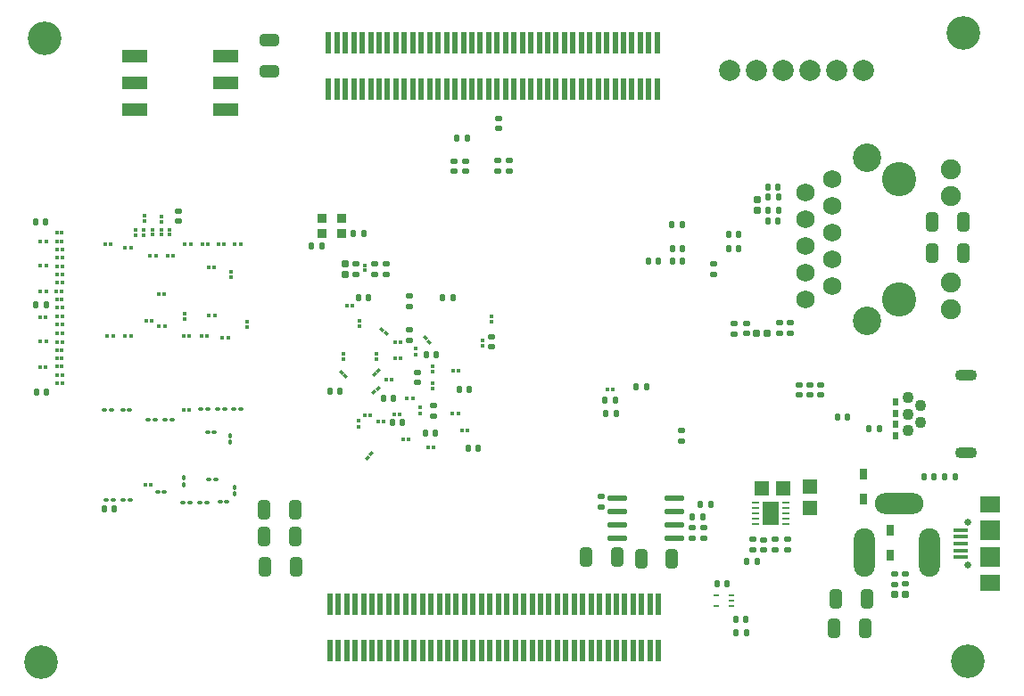
<source format=gbr>
%TF.GenerationSoftware,KiCad,Pcbnew,8.0.6*%
%TF.CreationDate,2025-01-12T20:29:38+06:00*%
%TF.ProjectId,zynq_soc_board_v1,7a796e71-5f73-46f6-935f-626f6172645f,rev?*%
%TF.SameCoordinates,Original*%
%TF.FileFunction,Soldermask,Bot*%
%TF.FilePolarity,Negative*%
%FSLAX46Y46*%
G04 Gerber Fmt 4.6, Leading zero omitted, Abs format (unit mm)*
G04 Created by KiCad (PCBNEW 8.0.6) date 2025-01-12 20:29:38*
%MOMM*%
%LPD*%
G01*
G04 APERTURE LIST*
G04 Aperture macros list*
%AMRoundRect*
0 Rectangle with rounded corners*
0 $1 Rounding radius*
0 $2 $3 $4 $5 $6 $7 $8 $9 X,Y pos of 4 corners*
0 Add a 4 corners polygon primitive as box body*
4,1,4,$2,$3,$4,$5,$6,$7,$8,$9,$2,$3,0*
0 Add four circle primitives for the rounded corners*
1,1,$1+$1,$2,$3*
1,1,$1+$1,$4,$5*
1,1,$1+$1,$6,$7*
1,1,$1+$1,$8,$9*
0 Add four rect primitives between the rounded corners*
20,1,$1+$1,$2,$3,$4,$5,0*
20,1,$1+$1,$4,$5,$6,$7,0*
20,1,$1+$1,$6,$7,$8,$9,0*
20,1,$1+$1,$8,$9,$2,$3,0*%
%AMRotRect*
0 Rectangle, with rotation*
0 The origin of the aperture is its center*
0 $1 length*
0 $2 width*
0 $3 Rotation angle, in degrees counterclockwise*
0 Add horizontal line*
21,1,$1,$2,0,0,$3*%
G04 Aperture macros list end*
%ADD10C,3.200000*%
%ADD11C,2.000000*%
%ADD12C,3.250000*%
%ADD13C,1.750000*%
%ADD14C,1.900000*%
%ADD15C,2.700000*%
%ADD16C,1.100000*%
%ADD17O,2.100000X1.100000*%
%ADD18O,2.000000X4.600000*%
%ADD19O,4.600000X2.000000*%
%ADD20R,0.370000X0.320000*%
%ADD21RoundRect,0.135000X-0.135000X-0.185000X0.135000X-0.185000X0.135000X0.185000X-0.135000X0.185000X0*%
%ADD22R,0.320000X0.370000*%
%ADD23R,0.320000X0.300000*%
%ADD24O,1.950000X0.570000*%
%ADD25R,0.300000X0.320000*%
%ADD26RoundRect,0.140000X0.140000X0.170000X-0.140000X0.170000X-0.140000X-0.170000X0.140000X-0.170000X0*%
%ADD27RoundRect,0.140000X-0.170000X0.140000X-0.170000X-0.140000X0.170000X-0.140000X0.170000X0.140000X0*%
%ADD28RoundRect,0.100000X-0.130000X-0.100000X0.130000X-0.100000X0.130000X0.100000X-0.130000X0.100000X0*%
%ADD29RotRect,0.370000X0.320000X45.000000*%
%ADD30RoundRect,0.100000X-0.100000X0.130000X-0.100000X-0.130000X0.100000X-0.130000X0.100000X0.130000X0*%
%ADD31RoundRect,0.100000X0.130000X0.100000X-0.130000X0.100000X-0.130000X-0.100000X0.130000X-0.100000X0*%
%ADD32RotRect,0.370000X0.320000X135.000000*%
%ADD33RoundRect,0.250000X-0.325000X-0.650000X0.325000X-0.650000X0.325000X0.650000X-0.325000X0.650000X0*%
%ADD34RoundRect,0.140000X0.170000X-0.140000X0.170000X0.140000X-0.170000X0.140000X-0.170000X-0.140000X0*%
%ADD35RoundRect,0.140000X-0.140000X-0.170000X0.140000X-0.170000X0.140000X0.170000X-0.140000X0.170000X0*%
%ADD36RoundRect,0.135000X0.185000X-0.135000X0.185000X0.135000X-0.185000X0.135000X-0.185000X-0.135000X0*%
%ADD37RoundRect,0.075000X0.225000X0.275000X-0.225000X0.275000X-0.225000X-0.275000X0.225000X-0.275000X0*%
%ADD38C,0.650000*%
%ADD39R,1.900000X1.500000*%
%ADD40R,1.900000X1.900000*%
%ADD41R,1.350000X0.400000*%
%ADD42RoundRect,0.250000X0.325000X0.650000X-0.325000X0.650000X-0.325000X-0.650000X0.325000X-0.650000X0*%
%ADD43R,0.540000X0.790000*%
%ADD44R,0.660000X0.280000*%
%ADD45R,1.500000X2.300000*%
%ADD46RoundRect,0.135000X-0.185000X0.135000X-0.185000X-0.135000X0.185000X-0.135000X0.185000X0.135000X0*%
%ADD47R,1.410000X1.350000*%
%ADD48RoundRect,0.147500X-0.147500X-0.172500X0.147500X-0.172500X0.147500X0.172500X-0.147500X0.172500X0*%
%ADD49RotRect,0.370000X0.320000X225.000000*%
%ADD50RoundRect,0.075000X0.275000X-0.225000X0.275000X0.225000X-0.275000X0.225000X-0.275000X-0.225000X0*%
%ADD51R,0.750000X1.000000*%
%ADD52R,1.350000X1.410000*%
%ADD53RoundRect,0.135000X0.135000X0.185000X-0.135000X0.185000X-0.135000X-0.185000X0.135000X-0.185000X0*%
%ADD54R,0.500000X2.000000*%
%ADD55R,0.580000X0.280000*%
%ADD56RoundRect,0.147500X0.147500X0.172500X-0.147500X0.172500X-0.147500X-0.172500X0.147500X-0.172500X0*%
%ADD57RoundRect,0.250000X-0.650000X0.325000X-0.650000X-0.325000X0.650000X-0.325000X0.650000X0.325000X0*%
%ADD58RoundRect,0.040000X-0.410000X-0.360000X0.410000X-0.360000X0.410000X0.360000X-0.410000X0.360000X0*%
%ADD59RoundRect,0.056500X-1.163500X0.508500X-1.163500X-0.508500X1.163500X-0.508500X1.163500X0.508500X0*%
G04 APERTURE END LIST*
D10*
%TO.C,H3*%
X116250000Y-121000000D03*
%TD*%
%TO.C,H1*%
X203800000Y-61200000D03*
%TD*%
%TO.C,H4*%
X204200000Y-120900000D03*
%TD*%
D11*
%TO.C,J300*%
X181600000Y-64740000D03*
X184140000Y-64740000D03*
X186680000Y-64740000D03*
X189220000Y-64740000D03*
X191760000Y-64740000D03*
X194300000Y-64740000D03*
%TD*%
D12*
%TO.C,J800*%
X197650000Y-75065000D03*
X197650000Y-86495000D03*
D13*
X188760000Y-86500000D03*
X191300000Y-85230000D03*
X188760000Y-83960000D03*
X191300000Y-82690000D03*
X188760000Y-81420000D03*
X191300000Y-80150000D03*
X188760000Y-78880000D03*
X191300000Y-77610000D03*
X188760000Y-76340000D03*
X191300000Y-75070000D03*
D14*
X202550000Y-87405000D03*
X202550000Y-84865000D03*
X202550000Y-76695000D03*
X202550000Y-74155000D03*
D15*
X194600000Y-73035000D03*
X194600000Y-88525000D03*
%TD*%
D16*
%TO.C,J900*%
X198550000Y-98980000D03*
X199750000Y-98180000D03*
X198550000Y-97380000D03*
X199750000Y-96580000D03*
X198550000Y-95780000D03*
D17*
X204050000Y-101030000D03*
X204050000Y-93730000D03*
%TD*%
D10*
%TO.C,H2*%
X116560000Y-61680000D03*
%TD*%
D18*
%TO.C,J100*%
X194390000Y-110567500D03*
X200590000Y-110567500D03*
D19*
X197640000Y-105867500D03*
%TD*%
D20*
%TO.C,C718*%
X133430000Y-90120000D03*
X133970000Y-90120000D03*
%TD*%
D21*
%TO.C,R326*%
X178050000Y-107160000D03*
X179070000Y-107160000D03*
%TD*%
D22*
%TO.C,C226*%
X146400000Y-98590000D03*
X146400000Y-98050000D03*
%TD*%
D23*
%TO.C,R606*%
X125990000Y-79890000D03*
X125990000Y-80370000D03*
%TD*%
D22*
%TO.C,C612*%
X148030000Y-91630000D03*
X148030000Y-92170000D03*
%TD*%
D24*
%TO.C,U301*%
X176365000Y-105365000D03*
X176365000Y-106645000D03*
X176365000Y-107905000D03*
X176365000Y-109175000D03*
X170945000Y-109175000D03*
X170945000Y-107905000D03*
X170945000Y-106645000D03*
X170945000Y-105365000D03*
%TD*%
D25*
%TO.C,R609*%
X117720000Y-91310000D03*
X118200000Y-91310000D03*
%TD*%
%TO.C,R623*%
X117740000Y-88090000D03*
X118220000Y-88090000D03*
%TD*%
D26*
%TO.C,C405*%
X142870000Y-81380000D03*
X141910000Y-81380000D03*
%TD*%
D20*
%TO.C,C227*%
X146940000Y-97520000D03*
X147480000Y-97520000D03*
%TD*%
%TO.C,C701*%
X129880000Y-81280000D03*
X130420000Y-81280000D03*
%TD*%
%TO.C,C244*%
X156720000Y-98950000D03*
X156180000Y-98950000D03*
%TD*%
D27*
%TO.C,C409*%
X159570000Y-73310000D03*
X159570000Y-74270000D03*
%TD*%
D28*
%TO.C,C737*%
X127280000Y-104800000D03*
X127920000Y-104800000D03*
%TD*%
D25*
%TO.C,R608*%
X117740000Y-84130000D03*
X118220000Y-84130000D03*
%TD*%
D20*
%TO.C,C709*%
X135170000Y-81290000D03*
X134630000Y-81290000D03*
%TD*%
%TO.C,C228*%
X145260000Y-87110000D03*
X145800000Y-87110000D03*
%TD*%
D29*
%TO.C,C231*%
X147888162Y-93641838D03*
X148270000Y-93260000D03*
%TD*%
D30*
%TO.C,C733*%
X134150000Y-99435000D03*
X134150000Y-100075000D03*
%TD*%
D25*
%TO.C,R619*%
X117740000Y-84930000D03*
X118220000Y-84930000D03*
%TD*%
D20*
%TO.C,C217*%
X149810000Y-90560000D03*
X150350000Y-90560000D03*
%TD*%
D31*
%TO.C,C739*%
X131940000Y-105770000D03*
X131300000Y-105770000D03*
%TD*%
D32*
%TO.C,C215*%
X148990919Y-89720919D03*
X148609081Y-89339081D03*
%TD*%
D25*
%TO.C,R610*%
X117740000Y-90530000D03*
X118220000Y-90530000D03*
%TD*%
D33*
%TO.C,C212*%
X170900000Y-111000000D03*
X167950000Y-111000000D03*
%TD*%
D27*
%TO.C,C903*%
X188190000Y-94620000D03*
X188190000Y-95580000D03*
%TD*%
D20*
%TO.C,C218*%
X149810000Y-92110000D03*
X150350000Y-92110000D03*
%TD*%
D34*
%TO.C,C408*%
X156520000Y-74330000D03*
X156520000Y-73370000D03*
%TD*%
D28*
%TO.C,C740*%
X133240000Y-105750000D03*
X133880000Y-105750000D03*
%TD*%
D20*
%TO.C,C242*%
X151110000Y-99830000D03*
X150570000Y-99830000D03*
%TD*%
D28*
%TO.C,C743*%
X132180000Y-103620000D03*
X132820000Y-103620000D03*
%TD*%
D35*
%TO.C,C816*%
X185260000Y-76790000D03*
X186220000Y-76790000D03*
%TD*%
D31*
%TO.C,C726*%
X124650000Y-96970000D03*
X124010000Y-96970000D03*
%TD*%
%TO.C,C732*%
X132680000Y-99100000D03*
X132040000Y-99100000D03*
%TD*%
D25*
%TO.C,R621*%
X117720000Y-86520000D03*
X118200000Y-86520000D03*
%TD*%
D20*
%TO.C,C607*%
X116720000Y-85700000D03*
X116180000Y-85700000D03*
%TD*%
D36*
%TO.C,R324*%
X179140000Y-109210000D03*
X179140000Y-108190000D03*
%TD*%
D25*
%TO.C,R617*%
X117740000Y-89720000D03*
X118220000Y-89720000D03*
%TD*%
D37*
%TO.C,FB800*%
X185170000Y-89690000D03*
X184170000Y-89690000D03*
%TD*%
D26*
%TO.C,C804*%
X182430000Y-81700000D03*
X181470000Y-81700000D03*
%TD*%
D31*
%TO.C,C736*%
X124670000Y-105580000D03*
X124030000Y-105580000D03*
%TD*%
D38*
%TO.C,J301*%
X204170000Y-107690000D03*
X204170000Y-111690000D03*
D39*
X206320000Y-105940000D03*
D40*
X206320000Y-108390000D03*
X206320000Y-110990000D03*
D39*
X206320000Y-113440000D03*
D41*
X203540000Y-108390000D03*
X203540000Y-109040000D03*
X203540000Y-109690000D03*
X203540000Y-110340000D03*
X203540000Y-110990000D03*
%TD*%
D22*
%TO.C,C206*%
X153410000Y-93350000D03*
X153410000Y-92810000D03*
%TD*%
D31*
%TO.C,C735*%
X123060000Y-105570000D03*
X122420000Y-105570000D03*
%TD*%
D27*
%TO.C,C316*%
X169360000Y-105250000D03*
X169360000Y-106210000D03*
%TD*%
D42*
%TO.C,C248*%
X176120000Y-111120000D03*
X173170000Y-111120000D03*
%TD*%
D20*
%TO.C,C703*%
X122840000Y-81220000D03*
X122300000Y-81220000D03*
%TD*%
D22*
%TO.C,C601*%
X127650000Y-79130000D03*
X127650000Y-78590000D03*
%TD*%
D20*
%TO.C,C717*%
X131980000Y-90010000D03*
X131440000Y-90010000D03*
%TD*%
D35*
%TO.C,C817*%
X185230000Y-75850000D03*
X186190000Y-75850000D03*
%TD*%
D37*
%TO.C,FB300*%
X198270000Y-114550000D03*
X197270000Y-114550000D03*
%TD*%
D36*
%TO.C,R328*%
X177050000Y-99930000D03*
X177050000Y-98910000D03*
%TD*%
D35*
%TO.C,C236*%
X155930000Y-95050000D03*
X156890000Y-95050000D03*
%TD*%
%TO.C,C801*%
X176150000Y-82860000D03*
X177110000Y-82860000D03*
%TD*%
D26*
%TO.C,C901*%
X192760000Y-97650000D03*
X191800000Y-97650000D03*
%TD*%
D22*
%TO.C,C720*%
X129880000Y-87840000D03*
X129880000Y-88380000D03*
%TD*%
D43*
%TO.C,D901*%
X197340000Y-97300000D03*
X197340000Y-96200000D03*
%TD*%
D26*
%TO.C,C247*%
X153660000Y-99210000D03*
X152700000Y-99210000D03*
%TD*%
D20*
%TO.C,C715*%
X127440000Y-89070000D03*
X127980000Y-89070000D03*
%TD*%
D44*
%TO.C,U100*%
X186890000Y-105840000D03*
X186890000Y-106340000D03*
X186890000Y-106840000D03*
X186890000Y-107340000D03*
X186890000Y-107840000D03*
X184070000Y-107840000D03*
X184070000Y-107340000D03*
X184070000Y-106840000D03*
X184070000Y-106340000D03*
X184070000Y-105840000D03*
D45*
X185480000Y-106840000D03*
%TD*%
D34*
%TO.C,C216*%
X146140000Y-84090000D03*
X146140000Y-83130000D03*
%TD*%
D46*
%TO.C,R101*%
X187070000Y-109310000D03*
X187070000Y-110330000D03*
%TD*%
D29*
%TO.C,C613*%
X147819081Y-95330919D03*
X148200919Y-94949081D03*
%TD*%
D25*
%TO.C,R604*%
X117700000Y-85740000D03*
X118180000Y-85740000D03*
%TD*%
D20*
%TO.C,C245*%
X148770000Y-98060000D03*
X148230000Y-98060000D03*
%TD*%
%TO.C,C710*%
X132670000Y-83460000D03*
X132130000Y-83460000D03*
%TD*%
D42*
%TO.C,C224*%
X194480000Y-117780000D03*
X191530000Y-117780000D03*
%TD*%
D22*
%TO.C,C719*%
X135770000Y-88610000D03*
X135770000Y-89150000D03*
%TD*%
D46*
%TO.C,R427*%
X151190000Y-86180000D03*
X151190000Y-87200000D03*
%TD*%
D47*
%TO.C,C103*%
X184650000Y-104470000D03*
X186650000Y-104470000D03*
%TD*%
D46*
%TO.C,R400*%
X148980000Y-83150000D03*
X148980000Y-84170000D03*
%TD*%
D20*
%TO.C,C708*%
X133600000Y-81290000D03*
X133060000Y-81290000D03*
%TD*%
D21*
%TO.C,R403*%
X182160000Y-118170000D03*
X183180000Y-118170000D03*
%TD*%
D31*
%TO.C,C725*%
X122890000Y-97000000D03*
X122250000Y-97000000D03*
%TD*%
%TO.C,C728*%
X128660000Y-97970000D03*
X128020000Y-97970000D03*
%TD*%
D48*
%TO.C,D306*%
X202032500Y-103320000D03*
X203002500Y-103320000D03*
%TD*%
D22*
%TO.C,C239*%
X158170000Y-90400000D03*
X158170000Y-90940000D03*
%TD*%
D34*
%TO.C,C608*%
X129270000Y-79070000D03*
X129270000Y-78110000D03*
%TD*%
D21*
%TO.C,R903*%
X194760000Y-98790000D03*
X195780000Y-98790000D03*
%TD*%
D27*
%TO.C,C413*%
X160660000Y-73330000D03*
X160660000Y-74290000D03*
%TD*%
D35*
%TO.C,C802*%
X176140000Y-81670000D03*
X177100000Y-81670000D03*
%TD*%
D34*
%TO.C,C815*%
X183170000Y-89730000D03*
X183170000Y-88770000D03*
%TD*%
D22*
%TO.C,C603*%
X126010000Y-79090000D03*
X126010000Y-78550000D03*
%TD*%
D20*
%TO.C,C241*%
X155870000Y-93270000D03*
X155330000Y-93270000D03*
%TD*%
D25*
%TO.C,R600*%
X127410000Y-86000000D03*
X127890000Y-86000000D03*
%TD*%
D49*
%TO.C,C211*%
X147590919Y-101169081D03*
X147209081Y-101550919D03*
%TD*%
D42*
%TO.C,C200*%
X140410000Y-111930000D03*
X137460000Y-111930000D03*
%TD*%
D34*
%TO.C,C407*%
X155430000Y-74320000D03*
X155430000Y-73360000D03*
%TD*%
D26*
%TO.C,C805*%
X182440000Y-80350000D03*
X181480000Y-80350000D03*
%TD*%
D50*
%TO.C,FB200*%
X145070000Y-84100000D03*
X145070000Y-83100000D03*
%TD*%
%TO.C,FB801*%
X184200000Y-77990000D03*
X184200000Y-76990000D03*
%TD*%
D42*
%TO.C,C233*%
X137420000Y-108990000D03*
X140370000Y-108990000D03*
%TD*%
D25*
%TO.C,R622*%
X117750000Y-83330000D03*
X118230000Y-83330000D03*
%TD*%
D22*
%TO.C,C711*%
X134290000Y-83850000D03*
X134290000Y-84390000D03*
%TD*%
D20*
%TO.C,C238*%
X153510000Y-100530000D03*
X152970000Y-100530000D03*
%TD*%
D30*
%TO.C,C741*%
X134630000Y-104330000D03*
X134630000Y-104970000D03*
%TD*%
D23*
%TO.C,R404*%
X146950000Y-83260000D03*
X146950000Y-83740000D03*
%TD*%
D51*
%TO.C,D305*%
X196810000Y-108430000D03*
X196810000Y-110770000D03*
%TD*%
D23*
%TO.C,R624*%
X128420000Y-79880000D03*
X128420000Y-80360000D03*
%TD*%
D52*
%TO.C,C100*%
X189190000Y-106300000D03*
X189190000Y-104300000D03*
%TD*%
D26*
%TO.C,C402*%
X183150000Y-116900000D03*
X182190000Y-116900000D03*
%TD*%
D20*
%TO.C,C713*%
X123070000Y-89950000D03*
X122530000Y-89950000D03*
%TD*%
D36*
%TO.C,R325*%
X178030000Y-109220000D03*
X178030000Y-108200000D03*
%TD*%
D26*
%TO.C,C611*%
X116740000Y-95300000D03*
X115780000Y-95300000D03*
%TD*%
D31*
%TO.C,C730*%
X133650000Y-96950000D03*
X133010000Y-96950000D03*
%TD*%
D42*
%TO.C,C204*%
X140320000Y-106490000D03*
X137370000Y-106490000D03*
%TD*%
D53*
%TO.C,R334*%
X170790000Y-96080000D03*
X169770000Y-96080000D03*
%TD*%
D20*
%TO.C,C721*%
X132170000Y-88030000D03*
X132710000Y-88030000D03*
%TD*%
D35*
%TO.C,C232*%
X149670000Y-95900000D03*
X148710000Y-95900000D03*
%TD*%
D34*
%TO.C,C302*%
X197280000Y-113550000D03*
X197280000Y-112590000D03*
%TD*%
D53*
%TO.C,R100*%
X184250000Y-111370000D03*
X183230000Y-111370000D03*
%TD*%
D25*
%TO.C,R611*%
X117740000Y-81760000D03*
X118220000Y-81760000D03*
%TD*%
D35*
%TO.C,C403*%
X180380000Y-113470000D03*
X181340000Y-113470000D03*
%TD*%
D27*
%TO.C,C237*%
X158990000Y-90030000D03*
X158990000Y-90990000D03*
%TD*%
D31*
%TO.C,C727*%
X127060000Y-97950000D03*
X126420000Y-97950000D03*
%TD*%
D20*
%TO.C,C722*%
X126640000Y-104130000D03*
X126100000Y-104130000D03*
%TD*%
D54*
%TO.C,J1001*%
X174840000Y-115480000D03*
X174840000Y-119880000D03*
X174040000Y-115480000D03*
X174040000Y-119880000D03*
X173240000Y-115480000D03*
X173240000Y-119880000D03*
X172440000Y-115480000D03*
X172440000Y-119880000D03*
X171640000Y-115480000D03*
X171640000Y-119880000D03*
X170840000Y-115480000D03*
X170840000Y-119880000D03*
X170040000Y-115480000D03*
X170040000Y-119880000D03*
X169240000Y-115480000D03*
X169240000Y-119880000D03*
X168440000Y-115480000D03*
X168440000Y-119880000D03*
X167640000Y-115480000D03*
X167640000Y-119880000D03*
X166840000Y-115480000D03*
X166840000Y-119880000D03*
X166040000Y-115480000D03*
X166040000Y-119880000D03*
X165240000Y-115480000D03*
X165240000Y-119880000D03*
X164440000Y-115480000D03*
X164440000Y-119880000D03*
X163640000Y-115480000D03*
X163640000Y-119880000D03*
X162840000Y-115480000D03*
X162840000Y-119880000D03*
X162040000Y-115480000D03*
X162040000Y-119880000D03*
X161240000Y-115480000D03*
X161240000Y-119880000D03*
X160440000Y-115480000D03*
X160440000Y-119880000D03*
X159640000Y-115480000D03*
X159640000Y-119880000D03*
X158840000Y-115480000D03*
X158840000Y-119880000D03*
X158040000Y-115480000D03*
X158040000Y-119880000D03*
X157240000Y-115480000D03*
X157240000Y-119880000D03*
X156440000Y-115480000D03*
X156440000Y-119880000D03*
X155640000Y-115480000D03*
X155640000Y-119880000D03*
X154840000Y-115480000D03*
X154840000Y-119880000D03*
X154040000Y-115480000D03*
X154040000Y-119880000D03*
X153240000Y-115480000D03*
X153240000Y-119880000D03*
X152440000Y-115480000D03*
X152440000Y-119880000D03*
X151640000Y-115480000D03*
X151640000Y-119880000D03*
X150840000Y-115480000D03*
X150840000Y-119880000D03*
X150040000Y-115480000D03*
X150040000Y-119880000D03*
X149240000Y-115480000D03*
X149240000Y-119880000D03*
X148440000Y-115480000D03*
X148440000Y-119880000D03*
X147640000Y-115480000D03*
X147640000Y-119880000D03*
X146840000Y-115480000D03*
X146840000Y-119880000D03*
X146040000Y-115480000D03*
X146040000Y-119880000D03*
X145240000Y-115480000D03*
X145240000Y-119880000D03*
X144440000Y-115480000D03*
X144440000Y-119880000D03*
X143640000Y-115480000D03*
X143640000Y-119880000D03*
%TD*%
D20*
%TO.C,C706*%
X128780000Y-82320000D03*
X128240000Y-82320000D03*
%TD*%
%TO.C,C714*%
X124750000Y-89940000D03*
X124210000Y-89940000D03*
%TD*%
D53*
%TO.C,R420*%
X146910000Y-80220000D03*
X145890000Y-80220000D03*
%TD*%
D20*
%TO.C,C705*%
X127140000Y-82340000D03*
X126600000Y-82340000D03*
%TD*%
D28*
%TO.C,C738*%
X129690000Y-105790000D03*
X130330000Y-105790000D03*
%TD*%
D34*
%TO.C,C813*%
X187380000Y-89690000D03*
X187380000Y-88730000D03*
%TD*%
D35*
%TO.C,C819*%
X185250000Y-78070000D03*
X186210000Y-78070000D03*
%TD*%
D23*
%TO.C,R612*%
X125220000Y-79890000D03*
X125220000Y-80370000D03*
%TD*%
D26*
%TO.C,C410*%
X156660000Y-71180000D03*
X155700000Y-71180000D03*
%TD*%
D34*
%TO.C,C301*%
X198290000Y-113530000D03*
X198290000Y-112570000D03*
%TD*%
D35*
%TO.C,C803*%
X176110000Y-79420000D03*
X177070000Y-79420000D03*
%TD*%
D20*
%TO.C,C600*%
X116710000Y-80990000D03*
X116170000Y-80990000D03*
%TD*%
%TO.C,C219*%
X150960000Y-95900000D03*
X151500000Y-95900000D03*
%TD*%
D36*
%TO.C,R401*%
X147910000Y-84150000D03*
X147910000Y-83130000D03*
%TD*%
D53*
%TO.C,R335*%
X170810000Y-97350000D03*
X169790000Y-97350000D03*
%TD*%
D20*
%TO.C,C606*%
X116690000Y-88160000D03*
X116150000Y-88160000D03*
%TD*%
D35*
%TO.C,C818*%
X185240000Y-79030000D03*
X186200000Y-79030000D03*
%TD*%
D26*
%TO.C,C213*%
X155330000Y-86370000D03*
X154370000Y-86370000D03*
%TD*%
D36*
%TO.C,R102*%
X185940000Y-110320000D03*
X185940000Y-109300000D03*
%TD*%
D55*
%TO.C,U400*%
X181720000Y-114640000D03*
X181720000Y-115140000D03*
X181720000Y-115640000D03*
X180280000Y-115640000D03*
X180280000Y-114640000D03*
%TD*%
D56*
%TO.C,D307*%
X200985000Y-103340000D03*
X200015000Y-103340000D03*
%TD*%
D26*
%TO.C,C223*%
X150530000Y-98210000D03*
X149570000Y-98210000D03*
%TD*%
D25*
%TO.C,R601*%
X117740000Y-94460000D03*
X118220000Y-94460000D03*
%TD*%
D26*
%TO.C,C229*%
X144630000Y-95240000D03*
X143670000Y-95240000D03*
%TD*%
D32*
%TO.C,C203*%
X153071838Y-90541838D03*
X152690000Y-90160000D03*
%TD*%
D20*
%TO.C,C704*%
X124740000Y-81600000D03*
X124200000Y-81600000D03*
%TD*%
D25*
%TO.C,R614*%
X117720000Y-80160000D03*
X118200000Y-80160000D03*
%TD*%
D21*
%TO.C,R327*%
X178780000Y-105930000D03*
X179800000Y-105930000D03*
%TD*%
D34*
%TO.C,C400*%
X151230000Y-90370000D03*
X151230000Y-89410000D03*
%TD*%
D26*
%TO.C,C800*%
X174820000Y-82850000D03*
X173860000Y-82850000D03*
%TD*%
D27*
%TO.C,C102*%
X184790000Y-109320000D03*
X184790000Y-110280000D03*
%TD*%
D54*
%TO.C,J1000*%
X174720000Y-62110000D03*
X174720000Y-66510000D03*
X173920000Y-62110000D03*
X173920000Y-66510000D03*
X173120000Y-62110000D03*
X173120000Y-66510000D03*
X172320000Y-62110000D03*
X172320000Y-66510000D03*
X171520000Y-62110000D03*
X171520000Y-66510000D03*
X170720000Y-62110000D03*
X170720000Y-66510000D03*
X169920000Y-62110000D03*
X169920000Y-66510000D03*
X169120000Y-62110000D03*
X169120000Y-66510000D03*
X168320000Y-62110000D03*
X168320000Y-66510000D03*
X167520000Y-62110000D03*
X167520000Y-66510000D03*
X166720000Y-62110000D03*
X166720000Y-66510000D03*
X165920000Y-62110000D03*
X165920000Y-66510000D03*
X165120000Y-62110000D03*
X165120000Y-66510000D03*
X164320000Y-62110000D03*
X164320000Y-66510000D03*
X163520000Y-62110000D03*
X163520000Y-66510000D03*
X162720000Y-62110000D03*
X162720000Y-66510000D03*
X161920000Y-62110000D03*
X161920000Y-66510000D03*
X161120000Y-62110000D03*
X161120000Y-66510000D03*
X160320000Y-62110000D03*
X160320000Y-66510000D03*
X159520000Y-62110000D03*
X159520000Y-66510000D03*
X158720000Y-62110000D03*
X158720000Y-66510000D03*
X157920000Y-62110000D03*
X157920000Y-66510000D03*
X157120000Y-62110000D03*
X157120000Y-66510000D03*
X156320000Y-62110000D03*
X156320000Y-66510000D03*
X155520000Y-62110000D03*
X155520000Y-66510000D03*
X154720000Y-62110000D03*
X154720000Y-66510000D03*
X153920000Y-62110000D03*
X153920000Y-66510000D03*
X153120000Y-62110000D03*
X153120000Y-66510000D03*
X152320000Y-62110000D03*
X152320000Y-66510000D03*
X151520000Y-62110000D03*
X151520000Y-66510000D03*
X150720000Y-62110000D03*
X150720000Y-66510000D03*
X149920000Y-62110000D03*
X149920000Y-66510000D03*
X149120000Y-62110000D03*
X149120000Y-66510000D03*
X148320000Y-62110000D03*
X148320000Y-66510000D03*
X147520000Y-62110000D03*
X147520000Y-66510000D03*
X146720000Y-62110000D03*
X146720000Y-66510000D03*
X145920000Y-62110000D03*
X145920000Y-66510000D03*
X145120000Y-62110000D03*
X145120000Y-66510000D03*
X144320000Y-62110000D03*
X144320000Y-66510000D03*
X143520000Y-62110000D03*
X143520000Y-66510000D03*
%TD*%
D25*
%TO.C,R405*%
X170000000Y-95040000D03*
X170480000Y-95040000D03*
%TD*%
D32*
%TO.C,C225*%
X145110919Y-93810919D03*
X144729081Y-93429081D03*
%TD*%
D27*
%TO.C,C904*%
X189200000Y-94610000D03*
X189200000Y-95570000D03*
%TD*%
%TO.C,C101*%
X183760000Y-109290000D03*
X183760000Y-110250000D03*
%TD*%
D25*
%TO.C,R615*%
X117730000Y-92070000D03*
X118210000Y-92070000D03*
%TD*%
D20*
%TO.C,C222*%
X150270000Y-97430000D03*
X149730000Y-97430000D03*
%TD*%
D25*
%TO.C,R613*%
X117720000Y-92860000D03*
X118200000Y-92860000D03*
%TD*%
%TO.C,R607*%
X117740000Y-93670000D03*
X118220000Y-93670000D03*
%TD*%
D35*
%TO.C,C246*%
X156760000Y-100680000D03*
X157720000Y-100680000D03*
%TD*%
D34*
%TO.C,C812*%
X186340000Y-89700000D03*
X186340000Y-88740000D03*
%TD*%
D23*
%TO.C,R627*%
X144940000Y-91690000D03*
X144940000Y-92170000D03*
%TD*%
D30*
%TO.C,C742*%
X129790000Y-103470000D03*
X129790000Y-104110000D03*
%TD*%
D20*
%TO.C,C604*%
X116690000Y-92900000D03*
X116150000Y-92900000D03*
%TD*%
%TO.C,C716*%
X129780000Y-89990000D03*
X130320000Y-89990000D03*
%TD*%
D51*
%TO.C,D903*%
X194280000Y-105450000D03*
X194280000Y-103110000D03*
%TD*%
D20*
%TO.C,C602*%
X116720000Y-83310000D03*
X116180000Y-83310000D03*
%TD*%
D25*
%TO.C,R616*%
X117730000Y-80980000D03*
X118210000Y-80980000D03*
%TD*%
%TO.C,R620*%
X117740000Y-88880000D03*
X118220000Y-88880000D03*
%TD*%
D22*
%TO.C,C207*%
X152200000Y-96780000D03*
X152200000Y-97320000D03*
%TD*%
D57*
%TO.C,C235*%
X137910000Y-61850000D03*
X137910000Y-64800000D03*
%TD*%
D58*
%TO.C,X400*%
X142880000Y-78790000D03*
X144730000Y-78790000D03*
X144730000Y-80240000D03*
X142880000Y-80240000D03*
%TD*%
D25*
%TO.C,R618*%
X117740000Y-82550000D03*
X118220000Y-82550000D03*
%TD*%
D27*
%TO.C,C205*%
X153490000Y-96600000D03*
X153490000Y-97560000D03*
%TD*%
D23*
%TO.C,R602*%
X126810000Y-79880000D03*
X126810000Y-80360000D03*
%TD*%
D21*
%TO.C,R333*%
X172730000Y-94800000D03*
X173750000Y-94800000D03*
%TD*%
D42*
%TO.C,C221*%
X194610000Y-114970000D03*
X191660000Y-114970000D03*
%TD*%
D20*
%TO.C,C700*%
X126730000Y-88500000D03*
X126190000Y-88500000D03*
%TD*%
D23*
%TO.C,R626*%
X146430000Y-89010000D03*
X146430000Y-88530000D03*
%TD*%
D20*
%TO.C,C243*%
X155300000Y-97300000D03*
X155840000Y-97300000D03*
%TD*%
D28*
%TO.C,C729*%
X131380000Y-96940000D03*
X132020000Y-96940000D03*
%TD*%
D20*
%TO.C,C707*%
X131530000Y-81270000D03*
X132070000Y-81270000D03*
%TD*%
D23*
%TO.C,R605*%
X127640000Y-79880000D03*
X127640000Y-80360000D03*
%TD*%
D42*
%TO.C,R128*%
X203760000Y-82130000D03*
X200810000Y-82130000D03*
%TD*%
%TO.C,C130*%
X203780000Y-79150000D03*
X200830000Y-79150000D03*
%TD*%
D27*
%TO.C,C902*%
X190230000Y-94590000D03*
X190230000Y-95550000D03*
%TD*%
D22*
%TO.C,C202*%
X151750000Y-91190000D03*
X151750000Y-91730000D03*
%TD*%
%TO.C,C208*%
X153430000Y-94960000D03*
X153430000Y-94420000D03*
%TD*%
D26*
%TO.C,C734*%
X123180000Y-106430000D03*
X122220000Y-106430000D03*
%TD*%
D35*
%TO.C,C201*%
X152780000Y-91770000D03*
X153740000Y-91770000D03*
%TD*%
D20*
%TO.C,C214*%
X149530000Y-94110000D03*
X148990000Y-94110000D03*
%TD*%
D59*
%TO.C,SW301*%
X133730000Y-63350000D03*
X133730000Y-65890000D03*
X133730000Y-68430000D03*
X125120000Y-68430000D03*
X125120000Y-65890000D03*
X125120000Y-63350000D03*
%TD*%
D34*
%TO.C,C814*%
X181980000Y-89770000D03*
X181980000Y-88810000D03*
%TD*%
%TO.C,C220*%
X151970000Y-94390000D03*
X151970000Y-93430000D03*
%TD*%
%TO.C,C406*%
X159680000Y-70240000D03*
X159680000Y-69280000D03*
%TD*%
D25*
%TO.C,R603*%
X117750000Y-87300000D03*
X118230000Y-87300000D03*
%TD*%
D34*
%TO.C,C806*%
X180090000Y-84100000D03*
X180090000Y-83140000D03*
%TD*%
D26*
%TO.C,C610*%
X116710000Y-87040000D03*
X115750000Y-87040000D03*
%TD*%
D20*
%TO.C,C605*%
X116710000Y-90520000D03*
X116170000Y-90520000D03*
%TD*%
%TO.C,C723*%
X129780000Y-96960000D03*
X130320000Y-96960000D03*
%TD*%
D43*
%TO.C,D900*%
X197340000Y-98380000D03*
X197340000Y-99480000D03*
%TD*%
D26*
%TO.C,C210*%
X147340000Y-86360000D03*
X146380000Y-86360000D03*
%TD*%
%TO.C,C609*%
X116690000Y-79150000D03*
X115730000Y-79150000D03*
%TD*%
D22*
%TO.C,C240*%
X159020000Y-88070000D03*
X159020000Y-88610000D03*
%TD*%
D31*
%TO.C,C731*%
X135190000Y-96950000D03*
X134550000Y-96950000D03*
%TD*%
M02*

</source>
